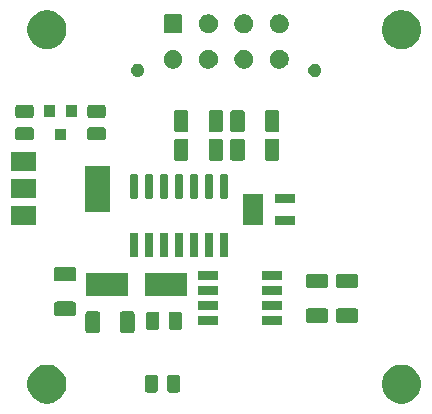
<source format=gbr>
G04 #@! TF.GenerationSoftware,KiCad,Pcbnew,(5.1.6)-1*
G04 #@! TF.CreationDate,2021-06-24T15:15:02+10:00*
G04 #@! TF.ProjectId,BSPD,42535044-2e6b-4696-9361-645f70636258,rev?*
G04 #@! TF.SameCoordinates,Original*
G04 #@! TF.FileFunction,Soldermask,Top*
G04 #@! TF.FilePolarity,Negative*
%FSLAX46Y46*%
G04 Gerber Fmt 4.6, Leading zero omitted, Abs format (unit mm)*
G04 Created by KiCad (PCBNEW (5.1.6)-1) date 2021-06-24 15:15:02*
%MOMM*%
%LPD*%
G01*
G04 APERTURE LIST*
%ADD10C,0.100000*%
G04 APERTURE END LIST*
D10*
G36*
X115973256Y-133547298D02*
G01*
X116079579Y-133568447D01*
X116380042Y-133692903D01*
X116650451Y-133873585D01*
X116880415Y-134103549D01*
X117061097Y-134373958D01*
X117185553Y-134674421D01*
X117249000Y-134993391D01*
X117249000Y-135318609D01*
X117185553Y-135637579D01*
X117061097Y-135938042D01*
X116880415Y-136208451D01*
X116650451Y-136438415D01*
X116380042Y-136619097D01*
X116079579Y-136743553D01*
X115973256Y-136764702D01*
X115760611Y-136807000D01*
X115435389Y-136807000D01*
X115222744Y-136764702D01*
X115116421Y-136743553D01*
X114815958Y-136619097D01*
X114545549Y-136438415D01*
X114315585Y-136208451D01*
X114134903Y-135938042D01*
X114010447Y-135637579D01*
X113947000Y-135318609D01*
X113947000Y-134993391D01*
X114010447Y-134674421D01*
X114134903Y-134373958D01*
X114315585Y-134103549D01*
X114545549Y-133873585D01*
X114815958Y-133692903D01*
X115116421Y-133568447D01*
X115222744Y-133547298D01*
X115435389Y-133505000D01*
X115760611Y-133505000D01*
X115973256Y-133547298D01*
G37*
G36*
X85973256Y-133547298D02*
G01*
X86079579Y-133568447D01*
X86380042Y-133692903D01*
X86650451Y-133873585D01*
X86880415Y-134103549D01*
X87061097Y-134373958D01*
X87185553Y-134674421D01*
X87249000Y-134993391D01*
X87249000Y-135318609D01*
X87185553Y-135637579D01*
X87061097Y-135938042D01*
X86880415Y-136208451D01*
X86650451Y-136438415D01*
X86380042Y-136619097D01*
X86079579Y-136743553D01*
X85973256Y-136764702D01*
X85760611Y-136807000D01*
X85435389Y-136807000D01*
X85222744Y-136764702D01*
X85116421Y-136743553D01*
X84815958Y-136619097D01*
X84545549Y-136438415D01*
X84315585Y-136208451D01*
X84134903Y-135938042D01*
X84010447Y-135637579D01*
X83947000Y-135318609D01*
X83947000Y-134993391D01*
X84010447Y-134674421D01*
X84134903Y-134373958D01*
X84315585Y-134103549D01*
X84545549Y-133873585D01*
X84815958Y-133692903D01*
X85116421Y-133568447D01*
X85222744Y-133547298D01*
X85435389Y-133505000D01*
X85760611Y-133505000D01*
X85973256Y-133547298D01*
G37*
G36*
X96686468Y-134381565D02*
G01*
X96725138Y-134393296D01*
X96760777Y-134412346D01*
X96792017Y-134437983D01*
X96817654Y-134469223D01*
X96836704Y-134504862D01*
X96848435Y-134543532D01*
X96853000Y-134589888D01*
X96853000Y-135666112D01*
X96848435Y-135712468D01*
X96836704Y-135751138D01*
X96817654Y-135786777D01*
X96792017Y-135818017D01*
X96760777Y-135843654D01*
X96725138Y-135862704D01*
X96686468Y-135874435D01*
X96640112Y-135879000D01*
X95988888Y-135879000D01*
X95942532Y-135874435D01*
X95903862Y-135862704D01*
X95868223Y-135843654D01*
X95836983Y-135818017D01*
X95811346Y-135786777D01*
X95792296Y-135751138D01*
X95780565Y-135712468D01*
X95776000Y-135666112D01*
X95776000Y-134589888D01*
X95780565Y-134543532D01*
X95792296Y-134504862D01*
X95811346Y-134469223D01*
X95836983Y-134437983D01*
X95868223Y-134412346D01*
X95903862Y-134393296D01*
X95942532Y-134381565D01*
X95988888Y-134377000D01*
X96640112Y-134377000D01*
X96686468Y-134381565D01*
G37*
G36*
X94811468Y-134381565D02*
G01*
X94850138Y-134393296D01*
X94885777Y-134412346D01*
X94917017Y-134437983D01*
X94942654Y-134469223D01*
X94961704Y-134504862D01*
X94973435Y-134543532D01*
X94978000Y-134589888D01*
X94978000Y-135666112D01*
X94973435Y-135712468D01*
X94961704Y-135751138D01*
X94942654Y-135786777D01*
X94917017Y-135818017D01*
X94885777Y-135843654D01*
X94850138Y-135862704D01*
X94811468Y-135874435D01*
X94765112Y-135879000D01*
X94113888Y-135879000D01*
X94067532Y-135874435D01*
X94028862Y-135862704D01*
X93993223Y-135843654D01*
X93961983Y-135818017D01*
X93936346Y-135786777D01*
X93917296Y-135751138D01*
X93905565Y-135712468D01*
X93901000Y-135666112D01*
X93901000Y-134589888D01*
X93905565Y-134543532D01*
X93917296Y-134504862D01*
X93936346Y-134469223D01*
X93961983Y-134437983D01*
X93993223Y-134412346D01*
X94028862Y-134393296D01*
X94067532Y-134381565D01*
X94113888Y-134377000D01*
X94765112Y-134377000D01*
X94811468Y-134381565D01*
G37*
G36*
X89919307Y-128999498D02*
G01*
X89957318Y-129011029D01*
X89992342Y-129029749D01*
X90023049Y-129054951D01*
X90048251Y-129085658D01*
X90066971Y-129120682D01*
X90078502Y-129158693D01*
X90083000Y-129204363D01*
X90083000Y-130637637D01*
X90078502Y-130683307D01*
X90066971Y-130721318D01*
X90048251Y-130756342D01*
X90023049Y-130787049D01*
X89992342Y-130812251D01*
X89957318Y-130830971D01*
X89919307Y-130842502D01*
X89873637Y-130847000D01*
X89065363Y-130847000D01*
X89019693Y-130842502D01*
X88981682Y-130830971D01*
X88946658Y-130812251D01*
X88915951Y-130787049D01*
X88890749Y-130756342D01*
X88872029Y-130721318D01*
X88860498Y-130683307D01*
X88856000Y-130637637D01*
X88856000Y-129204363D01*
X88860498Y-129158693D01*
X88872029Y-129120682D01*
X88890749Y-129085658D01*
X88915951Y-129054951D01*
X88946658Y-129029749D01*
X88981682Y-129011029D01*
X89019693Y-128999498D01*
X89065363Y-128995000D01*
X89873637Y-128995000D01*
X89919307Y-128999498D01*
G37*
G36*
X92844307Y-128999498D02*
G01*
X92882318Y-129011029D01*
X92917342Y-129029749D01*
X92948049Y-129054951D01*
X92973251Y-129085658D01*
X92991971Y-129120682D01*
X93003502Y-129158693D01*
X93008000Y-129204363D01*
X93008000Y-130637637D01*
X93003502Y-130683307D01*
X92991971Y-130721318D01*
X92973251Y-130756342D01*
X92948049Y-130787049D01*
X92917342Y-130812251D01*
X92882318Y-130830971D01*
X92844307Y-130842502D01*
X92798637Y-130847000D01*
X91990363Y-130847000D01*
X91944693Y-130842502D01*
X91906682Y-130830971D01*
X91871658Y-130812251D01*
X91840951Y-130787049D01*
X91815749Y-130756342D01*
X91797029Y-130721318D01*
X91785498Y-130683307D01*
X91781000Y-130637637D01*
X91781000Y-129204363D01*
X91785498Y-129158693D01*
X91797029Y-129120682D01*
X91815749Y-129085658D01*
X91840951Y-129054951D01*
X91871658Y-129029749D01*
X91906682Y-129011029D01*
X91944693Y-128999498D01*
X91990363Y-128995000D01*
X92798637Y-128995000D01*
X92844307Y-128999498D01*
G37*
G36*
X96833434Y-129022686D02*
G01*
X96873284Y-129034774D01*
X96909999Y-129054399D01*
X96942186Y-129080814D01*
X96968601Y-129113001D01*
X96988226Y-129149716D01*
X97000314Y-129189566D01*
X97005000Y-129237141D01*
X97005000Y-130350859D01*
X97000314Y-130398434D01*
X96988226Y-130438284D01*
X96968601Y-130474999D01*
X96942186Y-130507186D01*
X96909999Y-130533601D01*
X96873284Y-130553226D01*
X96833434Y-130565314D01*
X96785859Y-130570000D01*
X96122141Y-130570000D01*
X96074566Y-130565314D01*
X96034716Y-130553226D01*
X95998001Y-130533601D01*
X95965814Y-130507186D01*
X95939399Y-130474999D01*
X95919774Y-130438284D01*
X95907686Y-130398434D01*
X95903000Y-130350859D01*
X95903000Y-129237141D01*
X95907686Y-129189566D01*
X95919774Y-129149716D01*
X95939399Y-129113001D01*
X95965814Y-129080814D01*
X95998001Y-129054399D01*
X96034716Y-129034774D01*
X96074566Y-129022686D01*
X96122141Y-129018000D01*
X96785859Y-129018000D01*
X96833434Y-129022686D01*
G37*
G36*
X94933434Y-129022686D02*
G01*
X94973284Y-129034774D01*
X95009999Y-129054399D01*
X95042186Y-129080814D01*
X95068601Y-129113001D01*
X95088226Y-129149716D01*
X95100314Y-129189566D01*
X95105000Y-129237141D01*
X95105000Y-130350859D01*
X95100314Y-130398434D01*
X95088226Y-130438284D01*
X95068601Y-130474999D01*
X95042186Y-130507186D01*
X95009999Y-130533601D01*
X94973284Y-130553226D01*
X94933434Y-130565314D01*
X94885859Y-130570000D01*
X94222141Y-130570000D01*
X94174566Y-130565314D01*
X94134716Y-130553226D01*
X94098001Y-130533601D01*
X94065814Y-130507186D01*
X94039399Y-130474999D01*
X94019774Y-130438284D01*
X94007686Y-130398434D01*
X94003000Y-130350859D01*
X94003000Y-129237141D01*
X94007686Y-129189566D01*
X94019774Y-129149716D01*
X94039399Y-129113001D01*
X94065814Y-129080814D01*
X94098001Y-129054399D01*
X94134716Y-129034774D01*
X94174566Y-129022686D01*
X94222141Y-129018000D01*
X94885859Y-129018000D01*
X94933434Y-129022686D01*
G37*
G36*
X105468201Y-130127001D02*
G01*
X103816201Y-130127001D01*
X103816201Y-129425001D01*
X105468201Y-129425001D01*
X105468201Y-130127001D01*
G37*
G36*
X100068201Y-130127001D02*
G01*
X98416201Y-130127001D01*
X98416201Y-129425001D01*
X100068201Y-129425001D01*
X100068201Y-130127001D01*
G37*
G36*
X109220307Y-128742498D02*
G01*
X109258318Y-128754029D01*
X109293342Y-128772749D01*
X109324049Y-128797951D01*
X109349251Y-128828658D01*
X109367971Y-128863682D01*
X109379502Y-128901693D01*
X109384000Y-128947363D01*
X109384000Y-129755637D01*
X109379502Y-129801307D01*
X109367971Y-129839318D01*
X109349251Y-129874342D01*
X109324049Y-129905049D01*
X109293342Y-129930251D01*
X109258318Y-129948971D01*
X109220307Y-129960502D01*
X109174637Y-129965000D01*
X107741363Y-129965000D01*
X107695693Y-129960502D01*
X107657682Y-129948971D01*
X107622658Y-129930251D01*
X107591951Y-129905049D01*
X107566749Y-129874342D01*
X107548029Y-129839318D01*
X107536498Y-129801307D01*
X107532000Y-129755637D01*
X107532000Y-128947363D01*
X107536498Y-128901693D01*
X107548029Y-128863682D01*
X107566749Y-128828658D01*
X107591951Y-128797951D01*
X107622658Y-128772749D01*
X107657682Y-128754029D01*
X107695693Y-128742498D01*
X107741363Y-128738000D01*
X109174637Y-128738000D01*
X109220307Y-128742498D01*
G37*
G36*
X111760307Y-128742498D02*
G01*
X111798318Y-128754029D01*
X111833342Y-128772749D01*
X111864049Y-128797951D01*
X111889251Y-128828658D01*
X111907971Y-128863682D01*
X111919502Y-128901693D01*
X111924000Y-128947363D01*
X111924000Y-129755637D01*
X111919502Y-129801307D01*
X111907971Y-129839318D01*
X111889251Y-129874342D01*
X111864049Y-129905049D01*
X111833342Y-129930251D01*
X111798318Y-129948971D01*
X111760307Y-129960502D01*
X111714637Y-129965000D01*
X110281363Y-129965000D01*
X110235693Y-129960502D01*
X110197682Y-129948971D01*
X110162658Y-129930251D01*
X110131951Y-129905049D01*
X110106749Y-129874342D01*
X110088029Y-129839318D01*
X110076498Y-129801307D01*
X110072000Y-129755637D01*
X110072000Y-128947363D01*
X110076498Y-128901693D01*
X110088029Y-128863682D01*
X110106749Y-128828658D01*
X110131951Y-128797951D01*
X110162658Y-128772749D01*
X110197682Y-128754029D01*
X110235693Y-128742498D01*
X110281363Y-128738000D01*
X111714637Y-128738000D01*
X111760307Y-128742498D01*
G37*
G36*
X87884307Y-128168998D02*
G01*
X87922318Y-128180529D01*
X87957342Y-128199249D01*
X87988049Y-128224451D01*
X88013251Y-128255158D01*
X88031971Y-128290182D01*
X88043502Y-128328193D01*
X88048000Y-128373863D01*
X88048000Y-129182137D01*
X88043502Y-129227807D01*
X88031971Y-129265818D01*
X88013251Y-129300842D01*
X87988049Y-129331549D01*
X87957342Y-129356751D01*
X87922318Y-129375471D01*
X87884307Y-129387002D01*
X87838637Y-129391500D01*
X86405363Y-129391500D01*
X86359693Y-129387002D01*
X86321682Y-129375471D01*
X86286658Y-129356751D01*
X86255951Y-129331549D01*
X86230749Y-129300842D01*
X86212029Y-129265818D01*
X86200498Y-129227807D01*
X86196000Y-129182137D01*
X86196000Y-128373863D01*
X86200498Y-128328193D01*
X86212029Y-128290182D01*
X86230749Y-128255158D01*
X86255951Y-128224451D01*
X86286658Y-128199249D01*
X86321682Y-128180529D01*
X86359693Y-128168998D01*
X86405363Y-128164500D01*
X87838637Y-128164500D01*
X87884307Y-128168998D01*
G37*
G36*
X105468201Y-128857001D02*
G01*
X103816201Y-128857001D01*
X103816201Y-128155001D01*
X105468201Y-128155001D01*
X105468201Y-128857001D01*
G37*
G36*
X100068201Y-128857001D02*
G01*
X98416201Y-128857001D01*
X98416201Y-128155001D01*
X100068201Y-128155001D01*
X100068201Y-128857001D01*
G37*
G36*
X92479000Y-127697000D02*
G01*
X88877000Y-127697000D01*
X88877000Y-125795000D01*
X92479000Y-125795000D01*
X92479000Y-127697000D01*
G37*
G36*
X97479000Y-127697000D02*
G01*
X93877000Y-127697000D01*
X93877000Y-125795000D01*
X97479000Y-125795000D01*
X97479000Y-127697000D01*
G37*
G36*
X105468201Y-127587001D02*
G01*
X103816201Y-127587001D01*
X103816201Y-126885001D01*
X105468201Y-126885001D01*
X105468201Y-127587001D01*
G37*
G36*
X100068201Y-127587001D02*
G01*
X98416201Y-127587001D01*
X98416201Y-126885001D01*
X100068201Y-126885001D01*
X100068201Y-127587001D01*
G37*
G36*
X109220307Y-125817498D02*
G01*
X109258318Y-125829029D01*
X109293342Y-125847749D01*
X109324049Y-125872951D01*
X109349251Y-125903658D01*
X109367971Y-125938682D01*
X109379502Y-125976693D01*
X109384000Y-126022363D01*
X109384000Y-126830637D01*
X109379502Y-126876307D01*
X109367971Y-126914318D01*
X109349251Y-126949342D01*
X109324049Y-126980049D01*
X109293342Y-127005251D01*
X109258318Y-127023971D01*
X109220307Y-127035502D01*
X109174637Y-127040000D01*
X107741363Y-127040000D01*
X107695693Y-127035502D01*
X107657682Y-127023971D01*
X107622658Y-127005251D01*
X107591951Y-126980049D01*
X107566749Y-126949342D01*
X107548029Y-126914318D01*
X107536498Y-126876307D01*
X107532000Y-126830637D01*
X107532000Y-126022363D01*
X107536498Y-125976693D01*
X107548029Y-125938682D01*
X107566749Y-125903658D01*
X107591951Y-125872951D01*
X107622658Y-125847749D01*
X107657682Y-125829029D01*
X107695693Y-125817498D01*
X107741363Y-125813000D01*
X109174637Y-125813000D01*
X109220307Y-125817498D01*
G37*
G36*
X111760307Y-125817498D02*
G01*
X111798318Y-125829029D01*
X111833342Y-125847749D01*
X111864049Y-125872951D01*
X111889251Y-125903658D01*
X111907971Y-125938682D01*
X111919502Y-125976693D01*
X111924000Y-126022363D01*
X111924000Y-126830637D01*
X111919502Y-126876307D01*
X111907971Y-126914318D01*
X111889251Y-126949342D01*
X111864049Y-126980049D01*
X111833342Y-127005251D01*
X111798318Y-127023971D01*
X111760307Y-127035502D01*
X111714637Y-127040000D01*
X110281363Y-127040000D01*
X110235693Y-127035502D01*
X110197682Y-127023971D01*
X110162658Y-127005251D01*
X110131951Y-126980049D01*
X110106749Y-126949342D01*
X110088029Y-126914318D01*
X110076498Y-126876307D01*
X110072000Y-126830637D01*
X110072000Y-126022363D01*
X110076498Y-125976693D01*
X110088029Y-125938682D01*
X110106749Y-125903658D01*
X110131951Y-125872951D01*
X110162658Y-125847749D01*
X110197682Y-125829029D01*
X110235693Y-125817498D01*
X110281363Y-125813000D01*
X111714637Y-125813000D01*
X111760307Y-125817498D01*
G37*
G36*
X87884307Y-125243998D02*
G01*
X87922318Y-125255529D01*
X87957342Y-125274249D01*
X87988049Y-125299451D01*
X88013251Y-125330158D01*
X88031971Y-125365182D01*
X88043502Y-125403193D01*
X88048000Y-125448863D01*
X88048000Y-126257137D01*
X88043502Y-126302807D01*
X88031971Y-126340818D01*
X88013251Y-126375842D01*
X87988049Y-126406549D01*
X87957342Y-126431751D01*
X87922318Y-126450471D01*
X87884307Y-126462002D01*
X87838637Y-126466500D01*
X86405363Y-126466500D01*
X86359693Y-126462002D01*
X86321682Y-126450471D01*
X86286658Y-126431751D01*
X86255951Y-126406549D01*
X86230749Y-126375842D01*
X86212029Y-126340818D01*
X86200498Y-126302807D01*
X86196000Y-126257137D01*
X86196000Y-125448863D01*
X86200498Y-125403193D01*
X86212029Y-125365182D01*
X86230749Y-125330158D01*
X86255951Y-125299451D01*
X86286658Y-125274249D01*
X86321682Y-125255529D01*
X86359693Y-125243998D01*
X86405363Y-125239500D01*
X87838637Y-125239500D01*
X87884307Y-125243998D01*
G37*
G36*
X100068201Y-126317001D02*
G01*
X98416201Y-126317001D01*
X98416201Y-125615001D01*
X100068201Y-125615001D01*
X100068201Y-126317001D01*
G37*
G36*
X105468201Y-126317001D02*
G01*
X103816201Y-126317001D01*
X103816201Y-125615001D01*
X105468201Y-125615001D01*
X105468201Y-126317001D01*
G37*
G36*
X100843928Y-122355764D02*
G01*
X100865009Y-122362160D01*
X100884445Y-122372548D01*
X100901476Y-122386524D01*
X100915452Y-122403555D01*
X100925840Y-122422991D01*
X100932236Y-122444072D01*
X100935000Y-122472140D01*
X100935000Y-124285860D01*
X100932236Y-124313928D01*
X100925840Y-124335009D01*
X100915452Y-124354445D01*
X100901476Y-124371476D01*
X100884445Y-124385452D01*
X100865009Y-124395840D01*
X100843928Y-124402236D01*
X100815860Y-124405000D01*
X100352140Y-124405000D01*
X100324072Y-124402236D01*
X100302991Y-124395840D01*
X100283555Y-124385452D01*
X100266524Y-124371476D01*
X100252548Y-124354445D01*
X100242160Y-124335009D01*
X100235764Y-124313928D01*
X100233000Y-124285860D01*
X100233000Y-122472140D01*
X100235764Y-122444072D01*
X100242160Y-122422991D01*
X100252548Y-122403555D01*
X100266524Y-122386524D01*
X100283555Y-122372548D01*
X100302991Y-122362160D01*
X100324072Y-122355764D01*
X100352140Y-122353000D01*
X100815860Y-122353000D01*
X100843928Y-122355764D01*
G37*
G36*
X98303928Y-122355764D02*
G01*
X98325009Y-122362160D01*
X98344445Y-122372548D01*
X98361476Y-122386524D01*
X98375452Y-122403555D01*
X98385840Y-122422991D01*
X98392236Y-122444072D01*
X98395000Y-122472140D01*
X98395000Y-124285860D01*
X98392236Y-124313928D01*
X98385840Y-124335009D01*
X98375452Y-124354445D01*
X98361476Y-124371476D01*
X98344445Y-124385452D01*
X98325009Y-124395840D01*
X98303928Y-124402236D01*
X98275860Y-124405000D01*
X97812140Y-124405000D01*
X97784072Y-124402236D01*
X97762991Y-124395840D01*
X97743555Y-124385452D01*
X97726524Y-124371476D01*
X97712548Y-124354445D01*
X97702160Y-124335009D01*
X97695764Y-124313928D01*
X97693000Y-124285860D01*
X97693000Y-122472140D01*
X97695764Y-122444072D01*
X97702160Y-122422991D01*
X97712548Y-122403555D01*
X97726524Y-122386524D01*
X97743555Y-122372548D01*
X97762991Y-122362160D01*
X97784072Y-122355764D01*
X97812140Y-122353000D01*
X98275860Y-122353000D01*
X98303928Y-122355764D01*
G37*
G36*
X97033928Y-122355764D02*
G01*
X97055009Y-122362160D01*
X97074445Y-122372548D01*
X97091476Y-122386524D01*
X97105452Y-122403555D01*
X97115840Y-122422991D01*
X97122236Y-122444072D01*
X97125000Y-122472140D01*
X97125000Y-124285860D01*
X97122236Y-124313928D01*
X97115840Y-124335009D01*
X97105452Y-124354445D01*
X97091476Y-124371476D01*
X97074445Y-124385452D01*
X97055009Y-124395840D01*
X97033928Y-124402236D01*
X97005860Y-124405000D01*
X96542140Y-124405000D01*
X96514072Y-124402236D01*
X96492991Y-124395840D01*
X96473555Y-124385452D01*
X96456524Y-124371476D01*
X96442548Y-124354445D01*
X96432160Y-124335009D01*
X96425764Y-124313928D01*
X96423000Y-124285860D01*
X96423000Y-122472140D01*
X96425764Y-122444072D01*
X96432160Y-122422991D01*
X96442548Y-122403555D01*
X96456524Y-122386524D01*
X96473555Y-122372548D01*
X96492991Y-122362160D01*
X96514072Y-122355764D01*
X96542140Y-122353000D01*
X97005860Y-122353000D01*
X97033928Y-122355764D01*
G37*
G36*
X95763928Y-122355764D02*
G01*
X95785009Y-122362160D01*
X95804445Y-122372548D01*
X95821476Y-122386524D01*
X95835452Y-122403555D01*
X95845840Y-122422991D01*
X95852236Y-122444072D01*
X95855000Y-122472140D01*
X95855000Y-124285860D01*
X95852236Y-124313928D01*
X95845840Y-124335009D01*
X95835452Y-124354445D01*
X95821476Y-124371476D01*
X95804445Y-124385452D01*
X95785009Y-124395840D01*
X95763928Y-124402236D01*
X95735860Y-124405000D01*
X95272140Y-124405000D01*
X95244072Y-124402236D01*
X95222991Y-124395840D01*
X95203555Y-124385452D01*
X95186524Y-124371476D01*
X95172548Y-124354445D01*
X95162160Y-124335009D01*
X95155764Y-124313928D01*
X95153000Y-124285860D01*
X95153000Y-122472140D01*
X95155764Y-122444072D01*
X95162160Y-122422991D01*
X95172548Y-122403555D01*
X95186524Y-122386524D01*
X95203555Y-122372548D01*
X95222991Y-122362160D01*
X95244072Y-122355764D01*
X95272140Y-122353000D01*
X95735860Y-122353000D01*
X95763928Y-122355764D01*
G37*
G36*
X94493928Y-122355764D02*
G01*
X94515009Y-122362160D01*
X94534445Y-122372548D01*
X94551476Y-122386524D01*
X94565452Y-122403555D01*
X94575840Y-122422991D01*
X94582236Y-122444072D01*
X94585000Y-122472140D01*
X94585000Y-124285860D01*
X94582236Y-124313928D01*
X94575840Y-124335009D01*
X94565452Y-124354445D01*
X94551476Y-124371476D01*
X94534445Y-124385452D01*
X94515009Y-124395840D01*
X94493928Y-124402236D01*
X94465860Y-124405000D01*
X94002140Y-124405000D01*
X93974072Y-124402236D01*
X93952991Y-124395840D01*
X93933555Y-124385452D01*
X93916524Y-124371476D01*
X93902548Y-124354445D01*
X93892160Y-124335009D01*
X93885764Y-124313928D01*
X93883000Y-124285860D01*
X93883000Y-122472140D01*
X93885764Y-122444072D01*
X93892160Y-122422991D01*
X93902548Y-122403555D01*
X93916524Y-122386524D01*
X93933555Y-122372548D01*
X93952991Y-122362160D01*
X93974072Y-122355764D01*
X94002140Y-122353000D01*
X94465860Y-122353000D01*
X94493928Y-122355764D01*
G37*
G36*
X93223928Y-122355764D02*
G01*
X93245009Y-122362160D01*
X93264445Y-122372548D01*
X93281476Y-122386524D01*
X93295452Y-122403555D01*
X93305840Y-122422991D01*
X93312236Y-122444072D01*
X93315000Y-122472140D01*
X93315000Y-124285860D01*
X93312236Y-124313928D01*
X93305840Y-124335009D01*
X93295452Y-124354445D01*
X93281476Y-124371476D01*
X93264445Y-124385452D01*
X93245009Y-124395840D01*
X93223928Y-124402236D01*
X93195860Y-124405000D01*
X92732140Y-124405000D01*
X92704072Y-124402236D01*
X92682991Y-124395840D01*
X92663555Y-124385452D01*
X92646524Y-124371476D01*
X92632548Y-124354445D01*
X92622160Y-124335009D01*
X92615764Y-124313928D01*
X92613000Y-124285860D01*
X92613000Y-122472140D01*
X92615764Y-122444072D01*
X92622160Y-122422991D01*
X92632548Y-122403555D01*
X92646524Y-122386524D01*
X92663555Y-122372548D01*
X92682991Y-122362160D01*
X92704072Y-122355764D01*
X92732140Y-122353000D01*
X93195860Y-122353000D01*
X93223928Y-122355764D01*
G37*
G36*
X99573928Y-122355764D02*
G01*
X99595009Y-122362160D01*
X99614445Y-122372548D01*
X99631476Y-122386524D01*
X99645452Y-122403555D01*
X99655840Y-122422991D01*
X99662236Y-122444072D01*
X99665000Y-122472140D01*
X99665000Y-124285860D01*
X99662236Y-124313928D01*
X99655840Y-124335009D01*
X99645452Y-124354445D01*
X99631476Y-124371476D01*
X99614445Y-124385452D01*
X99595009Y-124395840D01*
X99573928Y-124402236D01*
X99545860Y-124405000D01*
X99082140Y-124405000D01*
X99054072Y-124402236D01*
X99032991Y-124395840D01*
X99013555Y-124385452D01*
X98996524Y-124371476D01*
X98982548Y-124354445D01*
X98972160Y-124335009D01*
X98965764Y-124313928D01*
X98963000Y-124285860D01*
X98963000Y-122472140D01*
X98965764Y-122444072D01*
X98972160Y-122422991D01*
X98982548Y-122403555D01*
X98996524Y-122386524D01*
X99013555Y-122372548D01*
X99032991Y-122362160D01*
X99054072Y-122355764D01*
X99082140Y-122353000D01*
X99545860Y-122353000D01*
X99573928Y-122355764D01*
G37*
G36*
X106575000Y-121722000D02*
G01*
X104913000Y-121722000D01*
X104913000Y-120970000D01*
X106575000Y-120970000D01*
X106575000Y-121722000D01*
G37*
G36*
X103875000Y-121722000D02*
G01*
X102213000Y-121722000D01*
X102213000Y-119070000D01*
X103875000Y-119070000D01*
X103875000Y-121722000D01*
G37*
G36*
X84642000Y-121719000D02*
G01*
X82540000Y-121719000D01*
X82540000Y-120117000D01*
X84642000Y-120117000D01*
X84642000Y-121719000D01*
G37*
G36*
X90942000Y-120569000D02*
G01*
X88840000Y-120569000D01*
X88840000Y-116667000D01*
X90942000Y-116667000D01*
X90942000Y-120569000D01*
G37*
G36*
X106575000Y-119822000D02*
G01*
X104913000Y-119822000D01*
X104913000Y-119070000D01*
X106575000Y-119070000D01*
X106575000Y-119822000D01*
G37*
G36*
X97033928Y-117405764D02*
G01*
X97055009Y-117412160D01*
X97074445Y-117422548D01*
X97091476Y-117436524D01*
X97105452Y-117453555D01*
X97115840Y-117472991D01*
X97122236Y-117494072D01*
X97125000Y-117522140D01*
X97125000Y-119335860D01*
X97122236Y-119363928D01*
X97115840Y-119385009D01*
X97105452Y-119404445D01*
X97091476Y-119421476D01*
X97074445Y-119435452D01*
X97055009Y-119445840D01*
X97033928Y-119452236D01*
X97005860Y-119455000D01*
X96542140Y-119455000D01*
X96514072Y-119452236D01*
X96492991Y-119445840D01*
X96473555Y-119435452D01*
X96456524Y-119421476D01*
X96442548Y-119404445D01*
X96432160Y-119385009D01*
X96425764Y-119363928D01*
X96423000Y-119335860D01*
X96423000Y-117522140D01*
X96425764Y-117494072D01*
X96432160Y-117472991D01*
X96442548Y-117453555D01*
X96456524Y-117436524D01*
X96473555Y-117422548D01*
X96492991Y-117412160D01*
X96514072Y-117405764D01*
X96542140Y-117403000D01*
X97005860Y-117403000D01*
X97033928Y-117405764D01*
G37*
G36*
X93223928Y-117405764D02*
G01*
X93245009Y-117412160D01*
X93264445Y-117422548D01*
X93281476Y-117436524D01*
X93295452Y-117453555D01*
X93305840Y-117472991D01*
X93312236Y-117494072D01*
X93315000Y-117522140D01*
X93315000Y-119335860D01*
X93312236Y-119363928D01*
X93305840Y-119385009D01*
X93295452Y-119404445D01*
X93281476Y-119421476D01*
X93264445Y-119435452D01*
X93245009Y-119445840D01*
X93223928Y-119452236D01*
X93195860Y-119455000D01*
X92732140Y-119455000D01*
X92704072Y-119452236D01*
X92682991Y-119445840D01*
X92663555Y-119435452D01*
X92646524Y-119421476D01*
X92632548Y-119404445D01*
X92622160Y-119385009D01*
X92615764Y-119363928D01*
X92613000Y-119335860D01*
X92613000Y-117522140D01*
X92615764Y-117494072D01*
X92622160Y-117472991D01*
X92632548Y-117453555D01*
X92646524Y-117436524D01*
X92663555Y-117422548D01*
X92682991Y-117412160D01*
X92704072Y-117405764D01*
X92732140Y-117403000D01*
X93195860Y-117403000D01*
X93223928Y-117405764D01*
G37*
G36*
X94493928Y-117405764D02*
G01*
X94515009Y-117412160D01*
X94534445Y-117422548D01*
X94551476Y-117436524D01*
X94565452Y-117453555D01*
X94575840Y-117472991D01*
X94582236Y-117494072D01*
X94585000Y-117522140D01*
X94585000Y-119335860D01*
X94582236Y-119363928D01*
X94575840Y-119385009D01*
X94565452Y-119404445D01*
X94551476Y-119421476D01*
X94534445Y-119435452D01*
X94515009Y-119445840D01*
X94493928Y-119452236D01*
X94465860Y-119455000D01*
X94002140Y-119455000D01*
X93974072Y-119452236D01*
X93952991Y-119445840D01*
X93933555Y-119435452D01*
X93916524Y-119421476D01*
X93902548Y-119404445D01*
X93892160Y-119385009D01*
X93885764Y-119363928D01*
X93883000Y-119335860D01*
X93883000Y-117522140D01*
X93885764Y-117494072D01*
X93892160Y-117472991D01*
X93902548Y-117453555D01*
X93916524Y-117436524D01*
X93933555Y-117422548D01*
X93952991Y-117412160D01*
X93974072Y-117405764D01*
X94002140Y-117403000D01*
X94465860Y-117403000D01*
X94493928Y-117405764D01*
G37*
G36*
X95763928Y-117405764D02*
G01*
X95785009Y-117412160D01*
X95804445Y-117422548D01*
X95821476Y-117436524D01*
X95835452Y-117453555D01*
X95845840Y-117472991D01*
X95852236Y-117494072D01*
X95855000Y-117522140D01*
X95855000Y-119335860D01*
X95852236Y-119363928D01*
X95845840Y-119385009D01*
X95835452Y-119404445D01*
X95821476Y-119421476D01*
X95804445Y-119435452D01*
X95785009Y-119445840D01*
X95763928Y-119452236D01*
X95735860Y-119455000D01*
X95272140Y-119455000D01*
X95244072Y-119452236D01*
X95222991Y-119445840D01*
X95203555Y-119435452D01*
X95186524Y-119421476D01*
X95172548Y-119404445D01*
X95162160Y-119385009D01*
X95155764Y-119363928D01*
X95153000Y-119335860D01*
X95153000Y-117522140D01*
X95155764Y-117494072D01*
X95162160Y-117472991D01*
X95172548Y-117453555D01*
X95186524Y-117436524D01*
X95203555Y-117422548D01*
X95222991Y-117412160D01*
X95244072Y-117405764D01*
X95272140Y-117403000D01*
X95735860Y-117403000D01*
X95763928Y-117405764D01*
G37*
G36*
X99573928Y-117405764D02*
G01*
X99595009Y-117412160D01*
X99614445Y-117422548D01*
X99631476Y-117436524D01*
X99645452Y-117453555D01*
X99655840Y-117472991D01*
X99662236Y-117494072D01*
X99665000Y-117522140D01*
X99665000Y-119335860D01*
X99662236Y-119363928D01*
X99655840Y-119385009D01*
X99645452Y-119404445D01*
X99631476Y-119421476D01*
X99614445Y-119435452D01*
X99595009Y-119445840D01*
X99573928Y-119452236D01*
X99545860Y-119455000D01*
X99082140Y-119455000D01*
X99054072Y-119452236D01*
X99032991Y-119445840D01*
X99013555Y-119435452D01*
X98996524Y-119421476D01*
X98982548Y-119404445D01*
X98972160Y-119385009D01*
X98965764Y-119363928D01*
X98963000Y-119335860D01*
X98963000Y-117522140D01*
X98965764Y-117494072D01*
X98972160Y-117472991D01*
X98982548Y-117453555D01*
X98996524Y-117436524D01*
X99013555Y-117422548D01*
X99032991Y-117412160D01*
X99054072Y-117405764D01*
X99082140Y-117403000D01*
X99545860Y-117403000D01*
X99573928Y-117405764D01*
G37*
G36*
X98303928Y-117405764D02*
G01*
X98325009Y-117412160D01*
X98344445Y-117422548D01*
X98361476Y-117436524D01*
X98375452Y-117453555D01*
X98385840Y-117472991D01*
X98392236Y-117494072D01*
X98395000Y-117522140D01*
X98395000Y-119335860D01*
X98392236Y-119363928D01*
X98385840Y-119385009D01*
X98375452Y-119404445D01*
X98361476Y-119421476D01*
X98344445Y-119435452D01*
X98325009Y-119445840D01*
X98303928Y-119452236D01*
X98275860Y-119455000D01*
X97812140Y-119455000D01*
X97784072Y-119452236D01*
X97762991Y-119445840D01*
X97743555Y-119435452D01*
X97726524Y-119421476D01*
X97712548Y-119404445D01*
X97702160Y-119385009D01*
X97695764Y-119363928D01*
X97693000Y-119335860D01*
X97693000Y-117522140D01*
X97695764Y-117494072D01*
X97702160Y-117472991D01*
X97712548Y-117453555D01*
X97726524Y-117436524D01*
X97743555Y-117422548D01*
X97762991Y-117412160D01*
X97784072Y-117405764D01*
X97812140Y-117403000D01*
X98275860Y-117403000D01*
X98303928Y-117405764D01*
G37*
G36*
X100843928Y-117405764D02*
G01*
X100865009Y-117412160D01*
X100884445Y-117422548D01*
X100901476Y-117436524D01*
X100915452Y-117453555D01*
X100925840Y-117472991D01*
X100932236Y-117494072D01*
X100935000Y-117522140D01*
X100935000Y-119335860D01*
X100932236Y-119363928D01*
X100925840Y-119385009D01*
X100915452Y-119404445D01*
X100901476Y-119421476D01*
X100884445Y-119435452D01*
X100865009Y-119445840D01*
X100843928Y-119452236D01*
X100815860Y-119455000D01*
X100352140Y-119455000D01*
X100324072Y-119452236D01*
X100302991Y-119445840D01*
X100283555Y-119435452D01*
X100266524Y-119421476D01*
X100252548Y-119404445D01*
X100242160Y-119385009D01*
X100235764Y-119363928D01*
X100233000Y-119335860D01*
X100233000Y-117522140D01*
X100235764Y-117494072D01*
X100242160Y-117472991D01*
X100252548Y-117453555D01*
X100266524Y-117436524D01*
X100283555Y-117422548D01*
X100302991Y-117412160D01*
X100324072Y-117405764D01*
X100352140Y-117403000D01*
X100815860Y-117403000D01*
X100843928Y-117405764D01*
G37*
G36*
X84642000Y-119419000D02*
G01*
X82540000Y-119419000D01*
X82540000Y-117817000D01*
X84642000Y-117817000D01*
X84642000Y-119419000D01*
G37*
G36*
X84642000Y-117119000D02*
G01*
X82540000Y-117119000D01*
X82540000Y-115517000D01*
X84642000Y-115517000D01*
X84642000Y-117119000D01*
G37*
G36*
X97412307Y-114394498D02*
G01*
X97450318Y-114406029D01*
X97485342Y-114424749D01*
X97516049Y-114449951D01*
X97541251Y-114480658D01*
X97559971Y-114515682D01*
X97571502Y-114553693D01*
X97576000Y-114599363D01*
X97576000Y-116032637D01*
X97571502Y-116078307D01*
X97559971Y-116116318D01*
X97541251Y-116151342D01*
X97516049Y-116182049D01*
X97485342Y-116207251D01*
X97450318Y-116225971D01*
X97412307Y-116237502D01*
X97366637Y-116242000D01*
X96558363Y-116242000D01*
X96512693Y-116237502D01*
X96474682Y-116225971D01*
X96439658Y-116207251D01*
X96408951Y-116182049D01*
X96383749Y-116151342D01*
X96365029Y-116116318D01*
X96353498Y-116078307D01*
X96349000Y-116032637D01*
X96349000Y-114599363D01*
X96353498Y-114553693D01*
X96365029Y-114515682D01*
X96383749Y-114480658D01*
X96408951Y-114449951D01*
X96439658Y-114424749D01*
X96474682Y-114406029D01*
X96512693Y-114394498D01*
X96558363Y-114390000D01*
X97366637Y-114390000D01*
X97412307Y-114394498D01*
G37*
G36*
X100337307Y-114394498D02*
G01*
X100375318Y-114406029D01*
X100410342Y-114424749D01*
X100441049Y-114449951D01*
X100466251Y-114480658D01*
X100484971Y-114515682D01*
X100496502Y-114553693D01*
X100501000Y-114599363D01*
X100501000Y-116032637D01*
X100496502Y-116078307D01*
X100484971Y-116116318D01*
X100466251Y-116151342D01*
X100441049Y-116182049D01*
X100410342Y-116207251D01*
X100375318Y-116225971D01*
X100337307Y-116237502D01*
X100291637Y-116242000D01*
X99483363Y-116242000D01*
X99437693Y-116237502D01*
X99399682Y-116225971D01*
X99364658Y-116207251D01*
X99333951Y-116182049D01*
X99308749Y-116151342D01*
X99290029Y-116116318D01*
X99278498Y-116078307D01*
X99274000Y-116032637D01*
X99274000Y-114599363D01*
X99278498Y-114553693D01*
X99290029Y-114515682D01*
X99308749Y-114480658D01*
X99333951Y-114449951D01*
X99364658Y-114424749D01*
X99399682Y-114406029D01*
X99437693Y-114394498D01*
X99483363Y-114390000D01*
X100291637Y-114390000D01*
X100337307Y-114394498D01*
G37*
G36*
X102172807Y-114394498D02*
G01*
X102210818Y-114406029D01*
X102245842Y-114424749D01*
X102276549Y-114449951D01*
X102301751Y-114480658D01*
X102320471Y-114515682D01*
X102332002Y-114553693D01*
X102336500Y-114599363D01*
X102336500Y-116032637D01*
X102332002Y-116078307D01*
X102320471Y-116116318D01*
X102301751Y-116151342D01*
X102276549Y-116182049D01*
X102245842Y-116207251D01*
X102210818Y-116225971D01*
X102172807Y-116237502D01*
X102127137Y-116242000D01*
X101318863Y-116242000D01*
X101273193Y-116237502D01*
X101235182Y-116225971D01*
X101200158Y-116207251D01*
X101169451Y-116182049D01*
X101144249Y-116151342D01*
X101125529Y-116116318D01*
X101113998Y-116078307D01*
X101109500Y-116032637D01*
X101109500Y-114599363D01*
X101113998Y-114553693D01*
X101125529Y-114515682D01*
X101144249Y-114480658D01*
X101169451Y-114449951D01*
X101200158Y-114424749D01*
X101235182Y-114406029D01*
X101273193Y-114394498D01*
X101318863Y-114390000D01*
X102127137Y-114390000D01*
X102172807Y-114394498D01*
G37*
G36*
X105097807Y-114394498D02*
G01*
X105135818Y-114406029D01*
X105170842Y-114424749D01*
X105201549Y-114449951D01*
X105226751Y-114480658D01*
X105245471Y-114515682D01*
X105257002Y-114553693D01*
X105261500Y-114599363D01*
X105261500Y-116032637D01*
X105257002Y-116078307D01*
X105245471Y-116116318D01*
X105226751Y-116151342D01*
X105201549Y-116182049D01*
X105170842Y-116207251D01*
X105135818Y-116225971D01*
X105097807Y-116237502D01*
X105052137Y-116242000D01*
X104243863Y-116242000D01*
X104198193Y-116237502D01*
X104160182Y-116225971D01*
X104125158Y-116207251D01*
X104094451Y-116182049D01*
X104069249Y-116151342D01*
X104050529Y-116116318D01*
X104038998Y-116078307D01*
X104034500Y-116032637D01*
X104034500Y-114599363D01*
X104038998Y-114553693D01*
X104050529Y-114515682D01*
X104069249Y-114480658D01*
X104094451Y-114449951D01*
X104125158Y-114424749D01*
X104160182Y-114406029D01*
X104198193Y-114394498D01*
X104243863Y-114390000D01*
X105052137Y-114390000D01*
X105097807Y-114394498D01*
G37*
G36*
X90393434Y-113433686D02*
G01*
X90433284Y-113445774D01*
X90469999Y-113465399D01*
X90502186Y-113491814D01*
X90528601Y-113524001D01*
X90548226Y-113560716D01*
X90560314Y-113600566D01*
X90565000Y-113648141D01*
X90565000Y-114311859D01*
X90560314Y-114359434D01*
X90548226Y-114399284D01*
X90528601Y-114435999D01*
X90502186Y-114468186D01*
X90469999Y-114494601D01*
X90433284Y-114514226D01*
X90393434Y-114526314D01*
X90345859Y-114531000D01*
X89232141Y-114531000D01*
X89184566Y-114526314D01*
X89144716Y-114514226D01*
X89108001Y-114494601D01*
X89075814Y-114468186D01*
X89049399Y-114435999D01*
X89029774Y-114399284D01*
X89017686Y-114359434D01*
X89013000Y-114311859D01*
X89013000Y-113648141D01*
X89017686Y-113600566D01*
X89029774Y-113560716D01*
X89049399Y-113524001D01*
X89075814Y-113491814D01*
X89108001Y-113465399D01*
X89144716Y-113445774D01*
X89184566Y-113433686D01*
X89232141Y-113429000D01*
X90345859Y-113429000D01*
X90393434Y-113433686D01*
G37*
G36*
X87192000Y-114531000D02*
G01*
X86290000Y-114531000D01*
X86290000Y-113529000D01*
X87192000Y-113529000D01*
X87192000Y-114531000D01*
G37*
G36*
X84297434Y-113433686D02*
G01*
X84337284Y-113445774D01*
X84373999Y-113465399D01*
X84406186Y-113491814D01*
X84432601Y-113524001D01*
X84452226Y-113560716D01*
X84464314Y-113600566D01*
X84469000Y-113648141D01*
X84469000Y-114311859D01*
X84464314Y-114359434D01*
X84452226Y-114399284D01*
X84432601Y-114435999D01*
X84406186Y-114468186D01*
X84373999Y-114494601D01*
X84337284Y-114514226D01*
X84297434Y-114526314D01*
X84249859Y-114531000D01*
X83136141Y-114531000D01*
X83088566Y-114526314D01*
X83048716Y-114514226D01*
X83012001Y-114494601D01*
X82979814Y-114468186D01*
X82953399Y-114435999D01*
X82933774Y-114399284D01*
X82921686Y-114359434D01*
X82917000Y-114311859D01*
X82917000Y-113648141D01*
X82921686Y-113600566D01*
X82933774Y-113560716D01*
X82953399Y-113524001D01*
X82979814Y-113491814D01*
X83012001Y-113465399D01*
X83048716Y-113445774D01*
X83088566Y-113433686D01*
X83136141Y-113429000D01*
X84249859Y-113429000D01*
X84297434Y-113433686D01*
G37*
G36*
X102176807Y-111981498D02*
G01*
X102214818Y-111993029D01*
X102249842Y-112011749D01*
X102280549Y-112036951D01*
X102305751Y-112067658D01*
X102324471Y-112102682D01*
X102336002Y-112140693D01*
X102340500Y-112186363D01*
X102340500Y-113619637D01*
X102336002Y-113665307D01*
X102324471Y-113703318D01*
X102305751Y-113738342D01*
X102280549Y-113769049D01*
X102249842Y-113794251D01*
X102214818Y-113812971D01*
X102176807Y-113824502D01*
X102131137Y-113829000D01*
X101322863Y-113829000D01*
X101277193Y-113824502D01*
X101239182Y-113812971D01*
X101204158Y-113794251D01*
X101173451Y-113769049D01*
X101148249Y-113738342D01*
X101129529Y-113703318D01*
X101117998Y-113665307D01*
X101113500Y-113619637D01*
X101113500Y-112186363D01*
X101117998Y-112140693D01*
X101129529Y-112102682D01*
X101148249Y-112067658D01*
X101173451Y-112036951D01*
X101204158Y-112011749D01*
X101239182Y-111993029D01*
X101277193Y-111981498D01*
X101322863Y-111977000D01*
X102131137Y-111977000D01*
X102176807Y-111981498D01*
G37*
G36*
X100337307Y-111981498D02*
G01*
X100375318Y-111993029D01*
X100410342Y-112011749D01*
X100441049Y-112036951D01*
X100466251Y-112067658D01*
X100484971Y-112102682D01*
X100496502Y-112140693D01*
X100501000Y-112186363D01*
X100501000Y-113619637D01*
X100496502Y-113665307D01*
X100484971Y-113703318D01*
X100466251Y-113738342D01*
X100441049Y-113769049D01*
X100410342Y-113794251D01*
X100375318Y-113812971D01*
X100337307Y-113824502D01*
X100291637Y-113829000D01*
X99483363Y-113829000D01*
X99437693Y-113824502D01*
X99399682Y-113812971D01*
X99364658Y-113794251D01*
X99333951Y-113769049D01*
X99308749Y-113738342D01*
X99290029Y-113703318D01*
X99278498Y-113665307D01*
X99274000Y-113619637D01*
X99274000Y-112186363D01*
X99278498Y-112140693D01*
X99290029Y-112102682D01*
X99308749Y-112067658D01*
X99333951Y-112036951D01*
X99364658Y-112011749D01*
X99399682Y-111993029D01*
X99437693Y-111981498D01*
X99483363Y-111977000D01*
X100291637Y-111977000D01*
X100337307Y-111981498D01*
G37*
G36*
X97412307Y-111981498D02*
G01*
X97450318Y-111993029D01*
X97485342Y-112011749D01*
X97516049Y-112036951D01*
X97541251Y-112067658D01*
X97559971Y-112102682D01*
X97571502Y-112140693D01*
X97576000Y-112186363D01*
X97576000Y-113619637D01*
X97571502Y-113665307D01*
X97559971Y-113703318D01*
X97541251Y-113738342D01*
X97516049Y-113769049D01*
X97485342Y-113794251D01*
X97450318Y-113812971D01*
X97412307Y-113824502D01*
X97366637Y-113829000D01*
X96558363Y-113829000D01*
X96512693Y-113824502D01*
X96474682Y-113812971D01*
X96439658Y-113794251D01*
X96408951Y-113769049D01*
X96383749Y-113738342D01*
X96365029Y-113703318D01*
X96353498Y-113665307D01*
X96349000Y-113619637D01*
X96349000Y-112186363D01*
X96353498Y-112140693D01*
X96365029Y-112102682D01*
X96383749Y-112067658D01*
X96408951Y-112036951D01*
X96439658Y-112011749D01*
X96474682Y-111993029D01*
X96512693Y-111981498D01*
X96558363Y-111977000D01*
X97366637Y-111977000D01*
X97412307Y-111981498D01*
G37*
G36*
X105101807Y-111981498D02*
G01*
X105139818Y-111993029D01*
X105174842Y-112011749D01*
X105205549Y-112036951D01*
X105230751Y-112067658D01*
X105249471Y-112102682D01*
X105261002Y-112140693D01*
X105265500Y-112186363D01*
X105265500Y-113619637D01*
X105261002Y-113665307D01*
X105249471Y-113703318D01*
X105230751Y-113738342D01*
X105205549Y-113769049D01*
X105174842Y-113794251D01*
X105139818Y-113812971D01*
X105101807Y-113824502D01*
X105056137Y-113829000D01*
X104247863Y-113829000D01*
X104202193Y-113824502D01*
X104164182Y-113812971D01*
X104129158Y-113794251D01*
X104098451Y-113769049D01*
X104073249Y-113738342D01*
X104054529Y-113703318D01*
X104042998Y-113665307D01*
X104038500Y-113619637D01*
X104038500Y-112186363D01*
X104042998Y-112140693D01*
X104054529Y-112102682D01*
X104073249Y-112067658D01*
X104098451Y-112036951D01*
X104129158Y-112011749D01*
X104164182Y-111993029D01*
X104202193Y-111981498D01*
X104247863Y-111977000D01*
X105056137Y-111977000D01*
X105101807Y-111981498D01*
G37*
G36*
X90393434Y-111533686D02*
G01*
X90433284Y-111545774D01*
X90469999Y-111565399D01*
X90502186Y-111591814D01*
X90528601Y-111624001D01*
X90548226Y-111660716D01*
X90560314Y-111700566D01*
X90565000Y-111748141D01*
X90565000Y-112411859D01*
X90560314Y-112459434D01*
X90548226Y-112499284D01*
X90528601Y-112535999D01*
X90502186Y-112568186D01*
X90469999Y-112594601D01*
X90433284Y-112614226D01*
X90393434Y-112626314D01*
X90345859Y-112631000D01*
X89232141Y-112631000D01*
X89184566Y-112626314D01*
X89144716Y-112614226D01*
X89108001Y-112594601D01*
X89075814Y-112568186D01*
X89049399Y-112535999D01*
X89029774Y-112499284D01*
X89017686Y-112459434D01*
X89013000Y-112411859D01*
X89013000Y-111748141D01*
X89017686Y-111700566D01*
X89029774Y-111660716D01*
X89049399Y-111624001D01*
X89075814Y-111591814D01*
X89108001Y-111565399D01*
X89144716Y-111545774D01*
X89184566Y-111533686D01*
X89232141Y-111529000D01*
X90345859Y-111529000D01*
X90393434Y-111533686D01*
G37*
G36*
X84297434Y-111533686D02*
G01*
X84337284Y-111545774D01*
X84373999Y-111565399D01*
X84406186Y-111591814D01*
X84432601Y-111624001D01*
X84452226Y-111660716D01*
X84464314Y-111700566D01*
X84469000Y-111748141D01*
X84469000Y-112411859D01*
X84464314Y-112459434D01*
X84452226Y-112499284D01*
X84432601Y-112535999D01*
X84406186Y-112568186D01*
X84373999Y-112594601D01*
X84337284Y-112614226D01*
X84297434Y-112626314D01*
X84249859Y-112631000D01*
X83136141Y-112631000D01*
X83088566Y-112626314D01*
X83048716Y-112614226D01*
X83012001Y-112594601D01*
X82979814Y-112568186D01*
X82953399Y-112535999D01*
X82933774Y-112499284D01*
X82921686Y-112459434D01*
X82917000Y-112411859D01*
X82917000Y-111748141D01*
X82921686Y-111700566D01*
X82933774Y-111660716D01*
X82953399Y-111624001D01*
X82979814Y-111591814D01*
X83012001Y-111565399D01*
X83048716Y-111545774D01*
X83088566Y-111533686D01*
X83136141Y-111529000D01*
X84249859Y-111529000D01*
X84297434Y-111533686D01*
G37*
G36*
X86242000Y-112531000D02*
G01*
X85340000Y-112531000D01*
X85340000Y-111529000D01*
X86242000Y-111529000D01*
X86242000Y-112531000D01*
G37*
G36*
X88142000Y-112531000D02*
G01*
X87240000Y-112531000D01*
X87240000Y-111529000D01*
X88142000Y-111529000D01*
X88142000Y-112531000D01*
G37*
G36*
X108426721Y-108058174D02*
G01*
X108526995Y-108099709D01*
X108526996Y-108099710D01*
X108617242Y-108160010D01*
X108693990Y-108236758D01*
X108693991Y-108236760D01*
X108754291Y-108327005D01*
X108795826Y-108427279D01*
X108817000Y-108533730D01*
X108817000Y-108642270D01*
X108795826Y-108748721D01*
X108754291Y-108848995D01*
X108754290Y-108848996D01*
X108693990Y-108939242D01*
X108617242Y-109015990D01*
X108571812Y-109046345D01*
X108526995Y-109076291D01*
X108426721Y-109117826D01*
X108320270Y-109139000D01*
X108211730Y-109139000D01*
X108105279Y-109117826D01*
X108005005Y-109076291D01*
X107960188Y-109046345D01*
X107914758Y-109015990D01*
X107838010Y-108939242D01*
X107777710Y-108848996D01*
X107777709Y-108848995D01*
X107736174Y-108748721D01*
X107715000Y-108642270D01*
X107715000Y-108533730D01*
X107736174Y-108427279D01*
X107777709Y-108327005D01*
X107838009Y-108236760D01*
X107838010Y-108236758D01*
X107914758Y-108160010D01*
X108005004Y-108099710D01*
X108005005Y-108099709D01*
X108105279Y-108058174D01*
X108211730Y-108037000D01*
X108320270Y-108037000D01*
X108426721Y-108058174D01*
G37*
G36*
X93426721Y-108058174D02*
G01*
X93526995Y-108099709D01*
X93526996Y-108099710D01*
X93617242Y-108160010D01*
X93693990Y-108236758D01*
X93693991Y-108236760D01*
X93754291Y-108327005D01*
X93795826Y-108427279D01*
X93817000Y-108533730D01*
X93817000Y-108642270D01*
X93795826Y-108748721D01*
X93754291Y-108848995D01*
X93754290Y-108848996D01*
X93693990Y-108939242D01*
X93617242Y-109015990D01*
X93571812Y-109046345D01*
X93526995Y-109076291D01*
X93426721Y-109117826D01*
X93320270Y-109139000D01*
X93211730Y-109139000D01*
X93105279Y-109117826D01*
X93005005Y-109076291D01*
X92960188Y-109046345D01*
X92914758Y-109015990D01*
X92838010Y-108939242D01*
X92777710Y-108848996D01*
X92777709Y-108848995D01*
X92736174Y-108748721D01*
X92715000Y-108642270D01*
X92715000Y-108533730D01*
X92736174Y-108427279D01*
X92777709Y-108327005D01*
X92838009Y-108236760D01*
X92838010Y-108236758D01*
X92914758Y-108160010D01*
X93005004Y-108099710D01*
X93005005Y-108099709D01*
X93105279Y-108058174D01*
X93211730Y-108037000D01*
X93320270Y-108037000D01*
X93426721Y-108058174D01*
G37*
G36*
X96499642Y-106877781D02*
G01*
X96645414Y-106938162D01*
X96645416Y-106938163D01*
X96776608Y-107025822D01*
X96888178Y-107137392D01*
X96975837Y-107268584D01*
X96975838Y-107268586D01*
X97036219Y-107414358D01*
X97067000Y-107569107D01*
X97067000Y-107726893D01*
X97036219Y-107881642D01*
X96975838Y-108027414D01*
X96975837Y-108027416D01*
X96888178Y-108158608D01*
X96776608Y-108270178D01*
X96645416Y-108357837D01*
X96645415Y-108357838D01*
X96645414Y-108357838D01*
X96499642Y-108418219D01*
X96344893Y-108449000D01*
X96187107Y-108449000D01*
X96032358Y-108418219D01*
X95886586Y-108357838D01*
X95886585Y-108357838D01*
X95886584Y-108357837D01*
X95755392Y-108270178D01*
X95643822Y-108158608D01*
X95556163Y-108027416D01*
X95556162Y-108027414D01*
X95495781Y-107881642D01*
X95465000Y-107726893D01*
X95465000Y-107569107D01*
X95495781Y-107414358D01*
X95556162Y-107268586D01*
X95556163Y-107268584D01*
X95643822Y-107137392D01*
X95755392Y-107025822D01*
X95886584Y-106938163D01*
X95886586Y-106938162D01*
X96032358Y-106877781D01*
X96187107Y-106847000D01*
X96344893Y-106847000D01*
X96499642Y-106877781D01*
G37*
G36*
X105499642Y-106877781D02*
G01*
X105645414Y-106938162D01*
X105645416Y-106938163D01*
X105776608Y-107025822D01*
X105888178Y-107137392D01*
X105975837Y-107268584D01*
X105975838Y-107268586D01*
X106036219Y-107414358D01*
X106067000Y-107569107D01*
X106067000Y-107726893D01*
X106036219Y-107881642D01*
X105975838Y-108027414D01*
X105975837Y-108027416D01*
X105888178Y-108158608D01*
X105776608Y-108270178D01*
X105645416Y-108357837D01*
X105645415Y-108357838D01*
X105645414Y-108357838D01*
X105499642Y-108418219D01*
X105344893Y-108449000D01*
X105187107Y-108449000D01*
X105032358Y-108418219D01*
X104886586Y-108357838D01*
X104886585Y-108357838D01*
X104886584Y-108357837D01*
X104755392Y-108270178D01*
X104643822Y-108158608D01*
X104556163Y-108027416D01*
X104556162Y-108027414D01*
X104495781Y-107881642D01*
X104465000Y-107726893D01*
X104465000Y-107569107D01*
X104495781Y-107414358D01*
X104556162Y-107268586D01*
X104556163Y-107268584D01*
X104643822Y-107137392D01*
X104755392Y-107025822D01*
X104886584Y-106938163D01*
X104886586Y-106938162D01*
X105032358Y-106877781D01*
X105187107Y-106847000D01*
X105344893Y-106847000D01*
X105499642Y-106877781D01*
G37*
G36*
X102499642Y-106877781D02*
G01*
X102645414Y-106938162D01*
X102645416Y-106938163D01*
X102776608Y-107025822D01*
X102888178Y-107137392D01*
X102975837Y-107268584D01*
X102975838Y-107268586D01*
X103036219Y-107414358D01*
X103067000Y-107569107D01*
X103067000Y-107726893D01*
X103036219Y-107881642D01*
X102975838Y-108027414D01*
X102975837Y-108027416D01*
X102888178Y-108158608D01*
X102776608Y-108270178D01*
X102645416Y-108357837D01*
X102645415Y-108357838D01*
X102645414Y-108357838D01*
X102499642Y-108418219D01*
X102344893Y-108449000D01*
X102187107Y-108449000D01*
X102032358Y-108418219D01*
X101886586Y-108357838D01*
X101886585Y-108357838D01*
X101886584Y-108357837D01*
X101755392Y-108270178D01*
X101643822Y-108158608D01*
X101556163Y-108027416D01*
X101556162Y-108027414D01*
X101495781Y-107881642D01*
X101465000Y-107726893D01*
X101465000Y-107569107D01*
X101495781Y-107414358D01*
X101556162Y-107268586D01*
X101556163Y-107268584D01*
X101643822Y-107137392D01*
X101755392Y-107025822D01*
X101886584Y-106938163D01*
X101886586Y-106938162D01*
X102032358Y-106877781D01*
X102187107Y-106847000D01*
X102344893Y-106847000D01*
X102499642Y-106877781D01*
G37*
G36*
X99499642Y-106877781D02*
G01*
X99645414Y-106938162D01*
X99645416Y-106938163D01*
X99776608Y-107025822D01*
X99888178Y-107137392D01*
X99975837Y-107268584D01*
X99975838Y-107268586D01*
X100036219Y-107414358D01*
X100067000Y-107569107D01*
X100067000Y-107726893D01*
X100036219Y-107881642D01*
X99975838Y-108027414D01*
X99975837Y-108027416D01*
X99888178Y-108158608D01*
X99776608Y-108270178D01*
X99645416Y-108357837D01*
X99645415Y-108357838D01*
X99645414Y-108357838D01*
X99499642Y-108418219D01*
X99344893Y-108449000D01*
X99187107Y-108449000D01*
X99032358Y-108418219D01*
X98886586Y-108357838D01*
X98886585Y-108357838D01*
X98886584Y-108357837D01*
X98755392Y-108270178D01*
X98643822Y-108158608D01*
X98556163Y-108027416D01*
X98556162Y-108027414D01*
X98495781Y-107881642D01*
X98465000Y-107726893D01*
X98465000Y-107569107D01*
X98495781Y-107414358D01*
X98556162Y-107268586D01*
X98556163Y-107268584D01*
X98643822Y-107137392D01*
X98755392Y-107025822D01*
X98886584Y-106938163D01*
X98886586Y-106938162D01*
X99032358Y-106877781D01*
X99187107Y-106847000D01*
X99344893Y-106847000D01*
X99499642Y-106877781D01*
G37*
G36*
X85973256Y-103547298D02*
G01*
X86079579Y-103568447D01*
X86380042Y-103692903D01*
X86650451Y-103873585D01*
X86880415Y-104103549D01*
X86880416Y-104103551D01*
X87061098Y-104373960D01*
X87185553Y-104674422D01*
X87249000Y-104993389D01*
X87249000Y-105318611D01*
X87225956Y-105434461D01*
X87185553Y-105637579D01*
X87061097Y-105938042D01*
X86880415Y-106208451D01*
X86650451Y-106438415D01*
X86380042Y-106619097D01*
X86079579Y-106743553D01*
X85973256Y-106764702D01*
X85760611Y-106807000D01*
X85435389Y-106807000D01*
X85222744Y-106764702D01*
X85116421Y-106743553D01*
X84815958Y-106619097D01*
X84545549Y-106438415D01*
X84315585Y-106208451D01*
X84134903Y-105938042D01*
X84010447Y-105637579D01*
X83970044Y-105434461D01*
X83947000Y-105318611D01*
X83947000Y-104993389D01*
X84010447Y-104674422D01*
X84134902Y-104373960D01*
X84315584Y-104103551D01*
X84315585Y-104103549D01*
X84545549Y-103873585D01*
X84815958Y-103692903D01*
X85116421Y-103568447D01*
X85222744Y-103547298D01*
X85435389Y-103505000D01*
X85760611Y-103505000D01*
X85973256Y-103547298D01*
G37*
G36*
X115973256Y-103547298D02*
G01*
X116079579Y-103568447D01*
X116380042Y-103692903D01*
X116650451Y-103873585D01*
X116880415Y-104103549D01*
X116880416Y-104103551D01*
X117061098Y-104373960D01*
X117185553Y-104674422D01*
X117249000Y-104993389D01*
X117249000Y-105318611D01*
X117225956Y-105434461D01*
X117185553Y-105637579D01*
X117061097Y-105938042D01*
X116880415Y-106208451D01*
X116650451Y-106438415D01*
X116380042Y-106619097D01*
X116079579Y-106743553D01*
X115973256Y-106764702D01*
X115760611Y-106807000D01*
X115435389Y-106807000D01*
X115222744Y-106764702D01*
X115116421Y-106743553D01*
X114815958Y-106619097D01*
X114545549Y-106438415D01*
X114315585Y-106208451D01*
X114134903Y-105938042D01*
X114010447Y-105637579D01*
X113970044Y-105434461D01*
X113947000Y-105318611D01*
X113947000Y-104993389D01*
X114010447Y-104674422D01*
X114134902Y-104373960D01*
X114315584Y-104103551D01*
X114315585Y-104103549D01*
X114545549Y-103873585D01*
X114815958Y-103692903D01*
X115116421Y-103568447D01*
X115222744Y-103547298D01*
X115435389Y-103505000D01*
X115760611Y-103505000D01*
X115973256Y-103547298D01*
G37*
G36*
X105499642Y-103877781D02*
G01*
X105623208Y-103928964D01*
X105645416Y-103938163D01*
X105776608Y-104025822D01*
X105888178Y-104137392D01*
X105975837Y-104268584D01*
X105975838Y-104268586D01*
X106036219Y-104414358D01*
X106067000Y-104569107D01*
X106067000Y-104726893D01*
X106036219Y-104881642D01*
X105989931Y-104993391D01*
X105975837Y-105027416D01*
X105888178Y-105158608D01*
X105776608Y-105270178D01*
X105645416Y-105357837D01*
X105645415Y-105357838D01*
X105645414Y-105357838D01*
X105499642Y-105418219D01*
X105344893Y-105449000D01*
X105187107Y-105449000D01*
X105032358Y-105418219D01*
X104886586Y-105357838D01*
X104886585Y-105357838D01*
X104886584Y-105357837D01*
X104755392Y-105270178D01*
X104643822Y-105158608D01*
X104556163Y-105027416D01*
X104542069Y-104993391D01*
X104495781Y-104881642D01*
X104465000Y-104726893D01*
X104465000Y-104569107D01*
X104495781Y-104414358D01*
X104556162Y-104268586D01*
X104556163Y-104268584D01*
X104643822Y-104137392D01*
X104755392Y-104025822D01*
X104886584Y-103938163D01*
X104908792Y-103928964D01*
X105032358Y-103877781D01*
X105187107Y-103847000D01*
X105344893Y-103847000D01*
X105499642Y-103877781D01*
G37*
G36*
X102499642Y-103877781D02*
G01*
X102623208Y-103928964D01*
X102645416Y-103938163D01*
X102776608Y-104025822D01*
X102888178Y-104137392D01*
X102975837Y-104268584D01*
X102975838Y-104268586D01*
X103036219Y-104414358D01*
X103067000Y-104569107D01*
X103067000Y-104726893D01*
X103036219Y-104881642D01*
X102989931Y-104993391D01*
X102975837Y-105027416D01*
X102888178Y-105158608D01*
X102776608Y-105270178D01*
X102645416Y-105357837D01*
X102645415Y-105357838D01*
X102645414Y-105357838D01*
X102499642Y-105418219D01*
X102344893Y-105449000D01*
X102187107Y-105449000D01*
X102032358Y-105418219D01*
X101886586Y-105357838D01*
X101886585Y-105357838D01*
X101886584Y-105357837D01*
X101755392Y-105270178D01*
X101643822Y-105158608D01*
X101556163Y-105027416D01*
X101542069Y-104993391D01*
X101495781Y-104881642D01*
X101465000Y-104726893D01*
X101465000Y-104569107D01*
X101495781Y-104414358D01*
X101556162Y-104268586D01*
X101556163Y-104268584D01*
X101643822Y-104137392D01*
X101755392Y-104025822D01*
X101886584Y-103938163D01*
X101908792Y-103928964D01*
X102032358Y-103877781D01*
X102187107Y-103847000D01*
X102344893Y-103847000D01*
X102499642Y-103877781D01*
G37*
G36*
X96919048Y-103851122D02*
G01*
X96953387Y-103861539D01*
X96985036Y-103878456D01*
X97012778Y-103901222D01*
X97035544Y-103928964D01*
X97052461Y-103960613D01*
X97062878Y-103994952D01*
X97067000Y-104036807D01*
X97067000Y-105259193D01*
X97062878Y-105301048D01*
X97052461Y-105335387D01*
X97035544Y-105367036D01*
X97012778Y-105394778D01*
X96985036Y-105417544D01*
X96953387Y-105434461D01*
X96919048Y-105444878D01*
X96877193Y-105449000D01*
X95654807Y-105449000D01*
X95612952Y-105444878D01*
X95578613Y-105434461D01*
X95546964Y-105417544D01*
X95519222Y-105394778D01*
X95496456Y-105367036D01*
X95479539Y-105335387D01*
X95469122Y-105301048D01*
X95465000Y-105259193D01*
X95465000Y-104036807D01*
X95469122Y-103994952D01*
X95479539Y-103960613D01*
X95496456Y-103928964D01*
X95519222Y-103901222D01*
X95546964Y-103878456D01*
X95578613Y-103861539D01*
X95612952Y-103851122D01*
X95654807Y-103847000D01*
X96877193Y-103847000D01*
X96919048Y-103851122D01*
G37*
G36*
X99499642Y-103877781D02*
G01*
X99623208Y-103928964D01*
X99645416Y-103938163D01*
X99776608Y-104025822D01*
X99888178Y-104137392D01*
X99975837Y-104268584D01*
X99975838Y-104268586D01*
X100036219Y-104414358D01*
X100067000Y-104569107D01*
X100067000Y-104726893D01*
X100036219Y-104881642D01*
X99989931Y-104993391D01*
X99975837Y-105027416D01*
X99888178Y-105158608D01*
X99776608Y-105270178D01*
X99645416Y-105357837D01*
X99645415Y-105357838D01*
X99645414Y-105357838D01*
X99499642Y-105418219D01*
X99344893Y-105449000D01*
X99187107Y-105449000D01*
X99032358Y-105418219D01*
X98886586Y-105357838D01*
X98886585Y-105357838D01*
X98886584Y-105357837D01*
X98755392Y-105270178D01*
X98643822Y-105158608D01*
X98556163Y-105027416D01*
X98542069Y-104993391D01*
X98495781Y-104881642D01*
X98465000Y-104726893D01*
X98465000Y-104569107D01*
X98495781Y-104414358D01*
X98556162Y-104268586D01*
X98556163Y-104268584D01*
X98643822Y-104137392D01*
X98755392Y-104025822D01*
X98886584Y-103938163D01*
X98908792Y-103928964D01*
X99032358Y-103877781D01*
X99187107Y-103847000D01*
X99344893Y-103847000D01*
X99499642Y-103877781D01*
G37*
M02*

</source>
